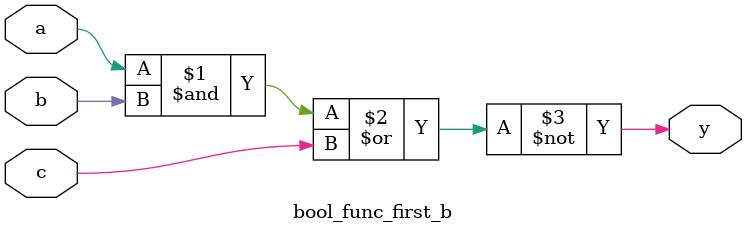
<source format=v>
`timescale 1ns / 1ps

//////////////////////////////////////////////////////////////////////////////////


module bool_func_first_b(
input a,
input b,
input c,
output y
    );
    assign y=~((a&b)|c);
endmodule

</source>
